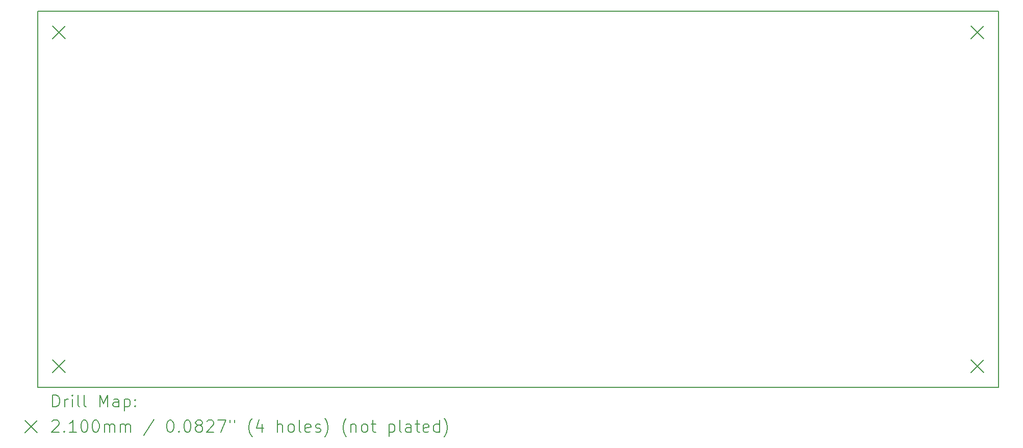
<source format=gbr>
%TF.GenerationSoftware,KiCad,Pcbnew,8.0.6*%
%TF.CreationDate,2024-11-01T15:42:28-04:00*%
%TF.ProjectId,H_Bridge_KiCAD,485f4272-6964-4676-955f-4b694341442e,rev?*%
%TF.SameCoordinates,Original*%
%TF.FileFunction,Drillmap*%
%TF.FilePolarity,Positive*%
%FSLAX45Y45*%
G04 Gerber Fmt 4.5, Leading zero omitted, Abs format (unit mm)*
G04 Created by KiCad (PCBNEW 8.0.6) date 2024-11-01 15:42:28*
%MOMM*%
%LPD*%
G01*
G04 APERTURE LIST*
%ADD10C,0.200000*%
%ADD11C,0.210000*%
G04 APERTURE END LIST*
D10*
X6700000Y-5800000D02*
X22650000Y-5800000D01*
X22650000Y-12051600D01*
X6700000Y-12051600D01*
X6700000Y-5800000D01*
D11*
X6945000Y-6045000D02*
X7155000Y-6255000D01*
X7155000Y-6045000D02*
X6945000Y-6255000D01*
X6945000Y-11595000D02*
X7155000Y-11805000D01*
X7155000Y-11595000D02*
X6945000Y-11805000D01*
X22195000Y-6045000D02*
X22405000Y-6255000D01*
X22405000Y-6045000D02*
X22195000Y-6255000D01*
X22195000Y-11595000D02*
X22405000Y-11805000D01*
X22405000Y-11595000D02*
X22195000Y-11805000D01*
D10*
X6950777Y-12373084D02*
X6950777Y-12173084D01*
X6950777Y-12173084D02*
X6998396Y-12173084D01*
X6998396Y-12173084D02*
X7026967Y-12182608D01*
X7026967Y-12182608D02*
X7046015Y-12201655D01*
X7046015Y-12201655D02*
X7055539Y-12220703D01*
X7055539Y-12220703D02*
X7065062Y-12258798D01*
X7065062Y-12258798D02*
X7065062Y-12287369D01*
X7065062Y-12287369D02*
X7055539Y-12325465D01*
X7055539Y-12325465D02*
X7046015Y-12344512D01*
X7046015Y-12344512D02*
X7026967Y-12363560D01*
X7026967Y-12363560D02*
X6998396Y-12373084D01*
X6998396Y-12373084D02*
X6950777Y-12373084D01*
X7150777Y-12373084D02*
X7150777Y-12239750D01*
X7150777Y-12277846D02*
X7160301Y-12258798D01*
X7160301Y-12258798D02*
X7169824Y-12249274D01*
X7169824Y-12249274D02*
X7188872Y-12239750D01*
X7188872Y-12239750D02*
X7207920Y-12239750D01*
X7274586Y-12373084D02*
X7274586Y-12239750D01*
X7274586Y-12173084D02*
X7265062Y-12182608D01*
X7265062Y-12182608D02*
X7274586Y-12192131D01*
X7274586Y-12192131D02*
X7284110Y-12182608D01*
X7284110Y-12182608D02*
X7274586Y-12173084D01*
X7274586Y-12173084D02*
X7274586Y-12192131D01*
X7398396Y-12373084D02*
X7379348Y-12363560D01*
X7379348Y-12363560D02*
X7369824Y-12344512D01*
X7369824Y-12344512D02*
X7369824Y-12173084D01*
X7503158Y-12373084D02*
X7484110Y-12363560D01*
X7484110Y-12363560D02*
X7474586Y-12344512D01*
X7474586Y-12344512D02*
X7474586Y-12173084D01*
X7731729Y-12373084D02*
X7731729Y-12173084D01*
X7731729Y-12173084D02*
X7798396Y-12315941D01*
X7798396Y-12315941D02*
X7865062Y-12173084D01*
X7865062Y-12173084D02*
X7865062Y-12373084D01*
X8046015Y-12373084D02*
X8046015Y-12268322D01*
X8046015Y-12268322D02*
X8036491Y-12249274D01*
X8036491Y-12249274D02*
X8017443Y-12239750D01*
X8017443Y-12239750D02*
X7979348Y-12239750D01*
X7979348Y-12239750D02*
X7960301Y-12249274D01*
X8046015Y-12363560D02*
X8026967Y-12373084D01*
X8026967Y-12373084D02*
X7979348Y-12373084D01*
X7979348Y-12373084D02*
X7960301Y-12363560D01*
X7960301Y-12363560D02*
X7950777Y-12344512D01*
X7950777Y-12344512D02*
X7950777Y-12325465D01*
X7950777Y-12325465D02*
X7960301Y-12306417D01*
X7960301Y-12306417D02*
X7979348Y-12296893D01*
X7979348Y-12296893D02*
X8026967Y-12296893D01*
X8026967Y-12296893D02*
X8046015Y-12287369D01*
X8141253Y-12239750D02*
X8141253Y-12439750D01*
X8141253Y-12249274D02*
X8160301Y-12239750D01*
X8160301Y-12239750D02*
X8198396Y-12239750D01*
X8198396Y-12239750D02*
X8217443Y-12249274D01*
X8217443Y-12249274D02*
X8226967Y-12258798D01*
X8226967Y-12258798D02*
X8236491Y-12277846D01*
X8236491Y-12277846D02*
X8236491Y-12334988D01*
X8236491Y-12334988D02*
X8226967Y-12354036D01*
X8226967Y-12354036D02*
X8217443Y-12363560D01*
X8217443Y-12363560D02*
X8198396Y-12373084D01*
X8198396Y-12373084D02*
X8160301Y-12373084D01*
X8160301Y-12373084D02*
X8141253Y-12363560D01*
X8322205Y-12354036D02*
X8331729Y-12363560D01*
X8331729Y-12363560D02*
X8322205Y-12373084D01*
X8322205Y-12373084D02*
X8312682Y-12363560D01*
X8312682Y-12363560D02*
X8322205Y-12354036D01*
X8322205Y-12354036D02*
X8322205Y-12373084D01*
X8322205Y-12249274D02*
X8331729Y-12258798D01*
X8331729Y-12258798D02*
X8322205Y-12268322D01*
X8322205Y-12268322D02*
X8312682Y-12258798D01*
X8312682Y-12258798D02*
X8322205Y-12249274D01*
X8322205Y-12249274D02*
X8322205Y-12268322D01*
X6490000Y-12601600D02*
X6690000Y-12801600D01*
X6690000Y-12601600D02*
X6490000Y-12801600D01*
X6941253Y-12612131D02*
X6950777Y-12602608D01*
X6950777Y-12602608D02*
X6969824Y-12593084D01*
X6969824Y-12593084D02*
X7017443Y-12593084D01*
X7017443Y-12593084D02*
X7036491Y-12602608D01*
X7036491Y-12602608D02*
X7046015Y-12612131D01*
X7046015Y-12612131D02*
X7055539Y-12631179D01*
X7055539Y-12631179D02*
X7055539Y-12650227D01*
X7055539Y-12650227D02*
X7046015Y-12678798D01*
X7046015Y-12678798D02*
X6931729Y-12793084D01*
X6931729Y-12793084D02*
X7055539Y-12793084D01*
X7141253Y-12774036D02*
X7150777Y-12783560D01*
X7150777Y-12783560D02*
X7141253Y-12793084D01*
X7141253Y-12793084D02*
X7131729Y-12783560D01*
X7131729Y-12783560D02*
X7141253Y-12774036D01*
X7141253Y-12774036D02*
X7141253Y-12793084D01*
X7341253Y-12793084D02*
X7226967Y-12793084D01*
X7284110Y-12793084D02*
X7284110Y-12593084D01*
X7284110Y-12593084D02*
X7265062Y-12621655D01*
X7265062Y-12621655D02*
X7246015Y-12640703D01*
X7246015Y-12640703D02*
X7226967Y-12650227D01*
X7465062Y-12593084D02*
X7484110Y-12593084D01*
X7484110Y-12593084D02*
X7503158Y-12602608D01*
X7503158Y-12602608D02*
X7512682Y-12612131D01*
X7512682Y-12612131D02*
X7522205Y-12631179D01*
X7522205Y-12631179D02*
X7531729Y-12669274D01*
X7531729Y-12669274D02*
X7531729Y-12716893D01*
X7531729Y-12716893D02*
X7522205Y-12754988D01*
X7522205Y-12754988D02*
X7512682Y-12774036D01*
X7512682Y-12774036D02*
X7503158Y-12783560D01*
X7503158Y-12783560D02*
X7484110Y-12793084D01*
X7484110Y-12793084D02*
X7465062Y-12793084D01*
X7465062Y-12793084D02*
X7446015Y-12783560D01*
X7446015Y-12783560D02*
X7436491Y-12774036D01*
X7436491Y-12774036D02*
X7426967Y-12754988D01*
X7426967Y-12754988D02*
X7417443Y-12716893D01*
X7417443Y-12716893D02*
X7417443Y-12669274D01*
X7417443Y-12669274D02*
X7426967Y-12631179D01*
X7426967Y-12631179D02*
X7436491Y-12612131D01*
X7436491Y-12612131D02*
X7446015Y-12602608D01*
X7446015Y-12602608D02*
X7465062Y-12593084D01*
X7655539Y-12593084D02*
X7674586Y-12593084D01*
X7674586Y-12593084D02*
X7693634Y-12602608D01*
X7693634Y-12602608D02*
X7703158Y-12612131D01*
X7703158Y-12612131D02*
X7712682Y-12631179D01*
X7712682Y-12631179D02*
X7722205Y-12669274D01*
X7722205Y-12669274D02*
X7722205Y-12716893D01*
X7722205Y-12716893D02*
X7712682Y-12754988D01*
X7712682Y-12754988D02*
X7703158Y-12774036D01*
X7703158Y-12774036D02*
X7693634Y-12783560D01*
X7693634Y-12783560D02*
X7674586Y-12793084D01*
X7674586Y-12793084D02*
X7655539Y-12793084D01*
X7655539Y-12793084D02*
X7636491Y-12783560D01*
X7636491Y-12783560D02*
X7626967Y-12774036D01*
X7626967Y-12774036D02*
X7617443Y-12754988D01*
X7617443Y-12754988D02*
X7607920Y-12716893D01*
X7607920Y-12716893D02*
X7607920Y-12669274D01*
X7607920Y-12669274D02*
X7617443Y-12631179D01*
X7617443Y-12631179D02*
X7626967Y-12612131D01*
X7626967Y-12612131D02*
X7636491Y-12602608D01*
X7636491Y-12602608D02*
X7655539Y-12593084D01*
X7807920Y-12793084D02*
X7807920Y-12659750D01*
X7807920Y-12678798D02*
X7817443Y-12669274D01*
X7817443Y-12669274D02*
X7836491Y-12659750D01*
X7836491Y-12659750D02*
X7865063Y-12659750D01*
X7865063Y-12659750D02*
X7884110Y-12669274D01*
X7884110Y-12669274D02*
X7893634Y-12688322D01*
X7893634Y-12688322D02*
X7893634Y-12793084D01*
X7893634Y-12688322D02*
X7903158Y-12669274D01*
X7903158Y-12669274D02*
X7922205Y-12659750D01*
X7922205Y-12659750D02*
X7950777Y-12659750D01*
X7950777Y-12659750D02*
X7969824Y-12669274D01*
X7969824Y-12669274D02*
X7979348Y-12688322D01*
X7979348Y-12688322D02*
X7979348Y-12793084D01*
X8074586Y-12793084D02*
X8074586Y-12659750D01*
X8074586Y-12678798D02*
X8084110Y-12669274D01*
X8084110Y-12669274D02*
X8103158Y-12659750D01*
X8103158Y-12659750D02*
X8131729Y-12659750D01*
X8131729Y-12659750D02*
X8150777Y-12669274D01*
X8150777Y-12669274D02*
X8160301Y-12688322D01*
X8160301Y-12688322D02*
X8160301Y-12793084D01*
X8160301Y-12688322D02*
X8169824Y-12669274D01*
X8169824Y-12669274D02*
X8188872Y-12659750D01*
X8188872Y-12659750D02*
X8217443Y-12659750D01*
X8217443Y-12659750D02*
X8236491Y-12669274D01*
X8236491Y-12669274D02*
X8246015Y-12688322D01*
X8246015Y-12688322D02*
X8246015Y-12793084D01*
X8636491Y-12583560D02*
X8465063Y-12840703D01*
X8893634Y-12593084D02*
X8912682Y-12593084D01*
X8912682Y-12593084D02*
X8931729Y-12602608D01*
X8931729Y-12602608D02*
X8941253Y-12612131D01*
X8941253Y-12612131D02*
X8950777Y-12631179D01*
X8950777Y-12631179D02*
X8960301Y-12669274D01*
X8960301Y-12669274D02*
X8960301Y-12716893D01*
X8960301Y-12716893D02*
X8950777Y-12754988D01*
X8950777Y-12754988D02*
X8941253Y-12774036D01*
X8941253Y-12774036D02*
X8931729Y-12783560D01*
X8931729Y-12783560D02*
X8912682Y-12793084D01*
X8912682Y-12793084D02*
X8893634Y-12793084D01*
X8893634Y-12793084D02*
X8874587Y-12783560D01*
X8874587Y-12783560D02*
X8865063Y-12774036D01*
X8865063Y-12774036D02*
X8855539Y-12754988D01*
X8855539Y-12754988D02*
X8846015Y-12716893D01*
X8846015Y-12716893D02*
X8846015Y-12669274D01*
X8846015Y-12669274D02*
X8855539Y-12631179D01*
X8855539Y-12631179D02*
X8865063Y-12612131D01*
X8865063Y-12612131D02*
X8874587Y-12602608D01*
X8874587Y-12602608D02*
X8893634Y-12593084D01*
X9046015Y-12774036D02*
X9055539Y-12783560D01*
X9055539Y-12783560D02*
X9046015Y-12793084D01*
X9046015Y-12793084D02*
X9036491Y-12783560D01*
X9036491Y-12783560D02*
X9046015Y-12774036D01*
X9046015Y-12774036D02*
X9046015Y-12793084D01*
X9179348Y-12593084D02*
X9198396Y-12593084D01*
X9198396Y-12593084D02*
X9217444Y-12602608D01*
X9217444Y-12602608D02*
X9226968Y-12612131D01*
X9226968Y-12612131D02*
X9236491Y-12631179D01*
X9236491Y-12631179D02*
X9246015Y-12669274D01*
X9246015Y-12669274D02*
X9246015Y-12716893D01*
X9246015Y-12716893D02*
X9236491Y-12754988D01*
X9236491Y-12754988D02*
X9226968Y-12774036D01*
X9226968Y-12774036D02*
X9217444Y-12783560D01*
X9217444Y-12783560D02*
X9198396Y-12793084D01*
X9198396Y-12793084D02*
X9179348Y-12793084D01*
X9179348Y-12793084D02*
X9160301Y-12783560D01*
X9160301Y-12783560D02*
X9150777Y-12774036D01*
X9150777Y-12774036D02*
X9141253Y-12754988D01*
X9141253Y-12754988D02*
X9131729Y-12716893D01*
X9131729Y-12716893D02*
X9131729Y-12669274D01*
X9131729Y-12669274D02*
X9141253Y-12631179D01*
X9141253Y-12631179D02*
X9150777Y-12612131D01*
X9150777Y-12612131D02*
X9160301Y-12602608D01*
X9160301Y-12602608D02*
X9179348Y-12593084D01*
X9360301Y-12678798D02*
X9341253Y-12669274D01*
X9341253Y-12669274D02*
X9331729Y-12659750D01*
X9331729Y-12659750D02*
X9322206Y-12640703D01*
X9322206Y-12640703D02*
X9322206Y-12631179D01*
X9322206Y-12631179D02*
X9331729Y-12612131D01*
X9331729Y-12612131D02*
X9341253Y-12602608D01*
X9341253Y-12602608D02*
X9360301Y-12593084D01*
X9360301Y-12593084D02*
X9398396Y-12593084D01*
X9398396Y-12593084D02*
X9417444Y-12602608D01*
X9417444Y-12602608D02*
X9426968Y-12612131D01*
X9426968Y-12612131D02*
X9436491Y-12631179D01*
X9436491Y-12631179D02*
X9436491Y-12640703D01*
X9436491Y-12640703D02*
X9426968Y-12659750D01*
X9426968Y-12659750D02*
X9417444Y-12669274D01*
X9417444Y-12669274D02*
X9398396Y-12678798D01*
X9398396Y-12678798D02*
X9360301Y-12678798D01*
X9360301Y-12678798D02*
X9341253Y-12688322D01*
X9341253Y-12688322D02*
X9331729Y-12697846D01*
X9331729Y-12697846D02*
X9322206Y-12716893D01*
X9322206Y-12716893D02*
X9322206Y-12754988D01*
X9322206Y-12754988D02*
X9331729Y-12774036D01*
X9331729Y-12774036D02*
X9341253Y-12783560D01*
X9341253Y-12783560D02*
X9360301Y-12793084D01*
X9360301Y-12793084D02*
X9398396Y-12793084D01*
X9398396Y-12793084D02*
X9417444Y-12783560D01*
X9417444Y-12783560D02*
X9426968Y-12774036D01*
X9426968Y-12774036D02*
X9436491Y-12754988D01*
X9436491Y-12754988D02*
X9436491Y-12716893D01*
X9436491Y-12716893D02*
X9426968Y-12697846D01*
X9426968Y-12697846D02*
X9417444Y-12688322D01*
X9417444Y-12688322D02*
X9398396Y-12678798D01*
X9512682Y-12612131D02*
X9522206Y-12602608D01*
X9522206Y-12602608D02*
X9541253Y-12593084D01*
X9541253Y-12593084D02*
X9588872Y-12593084D01*
X9588872Y-12593084D02*
X9607920Y-12602608D01*
X9607920Y-12602608D02*
X9617444Y-12612131D01*
X9617444Y-12612131D02*
X9626968Y-12631179D01*
X9626968Y-12631179D02*
X9626968Y-12650227D01*
X9626968Y-12650227D02*
X9617444Y-12678798D01*
X9617444Y-12678798D02*
X9503158Y-12793084D01*
X9503158Y-12793084D02*
X9626968Y-12793084D01*
X9693634Y-12593084D02*
X9826968Y-12593084D01*
X9826968Y-12593084D02*
X9741253Y-12793084D01*
X9893634Y-12593084D02*
X9893634Y-12631179D01*
X9969825Y-12593084D02*
X9969825Y-12631179D01*
X10265063Y-12869274D02*
X10255539Y-12859750D01*
X10255539Y-12859750D02*
X10236491Y-12831179D01*
X10236491Y-12831179D02*
X10226968Y-12812131D01*
X10226968Y-12812131D02*
X10217444Y-12783560D01*
X10217444Y-12783560D02*
X10207920Y-12735941D01*
X10207920Y-12735941D02*
X10207920Y-12697846D01*
X10207920Y-12697846D02*
X10217444Y-12650227D01*
X10217444Y-12650227D02*
X10226968Y-12621655D01*
X10226968Y-12621655D02*
X10236491Y-12602608D01*
X10236491Y-12602608D02*
X10255539Y-12574036D01*
X10255539Y-12574036D02*
X10265063Y-12564512D01*
X10426968Y-12659750D02*
X10426968Y-12793084D01*
X10379349Y-12583560D02*
X10331730Y-12726417D01*
X10331730Y-12726417D02*
X10455539Y-12726417D01*
X10684111Y-12793084D02*
X10684111Y-12593084D01*
X10769825Y-12793084D02*
X10769825Y-12688322D01*
X10769825Y-12688322D02*
X10760301Y-12669274D01*
X10760301Y-12669274D02*
X10741253Y-12659750D01*
X10741253Y-12659750D02*
X10712682Y-12659750D01*
X10712682Y-12659750D02*
X10693634Y-12669274D01*
X10693634Y-12669274D02*
X10684111Y-12678798D01*
X10893634Y-12793084D02*
X10874587Y-12783560D01*
X10874587Y-12783560D02*
X10865063Y-12774036D01*
X10865063Y-12774036D02*
X10855539Y-12754988D01*
X10855539Y-12754988D02*
X10855539Y-12697846D01*
X10855539Y-12697846D02*
X10865063Y-12678798D01*
X10865063Y-12678798D02*
X10874587Y-12669274D01*
X10874587Y-12669274D02*
X10893634Y-12659750D01*
X10893634Y-12659750D02*
X10922206Y-12659750D01*
X10922206Y-12659750D02*
X10941253Y-12669274D01*
X10941253Y-12669274D02*
X10950777Y-12678798D01*
X10950777Y-12678798D02*
X10960301Y-12697846D01*
X10960301Y-12697846D02*
X10960301Y-12754988D01*
X10960301Y-12754988D02*
X10950777Y-12774036D01*
X10950777Y-12774036D02*
X10941253Y-12783560D01*
X10941253Y-12783560D02*
X10922206Y-12793084D01*
X10922206Y-12793084D02*
X10893634Y-12793084D01*
X11074587Y-12793084D02*
X11055539Y-12783560D01*
X11055539Y-12783560D02*
X11046015Y-12764512D01*
X11046015Y-12764512D02*
X11046015Y-12593084D01*
X11226968Y-12783560D02*
X11207920Y-12793084D01*
X11207920Y-12793084D02*
X11169825Y-12793084D01*
X11169825Y-12793084D02*
X11150777Y-12783560D01*
X11150777Y-12783560D02*
X11141253Y-12764512D01*
X11141253Y-12764512D02*
X11141253Y-12688322D01*
X11141253Y-12688322D02*
X11150777Y-12669274D01*
X11150777Y-12669274D02*
X11169825Y-12659750D01*
X11169825Y-12659750D02*
X11207920Y-12659750D01*
X11207920Y-12659750D02*
X11226968Y-12669274D01*
X11226968Y-12669274D02*
X11236491Y-12688322D01*
X11236491Y-12688322D02*
X11236491Y-12707369D01*
X11236491Y-12707369D02*
X11141253Y-12726417D01*
X11312682Y-12783560D02*
X11331730Y-12793084D01*
X11331730Y-12793084D02*
X11369825Y-12793084D01*
X11369825Y-12793084D02*
X11388872Y-12783560D01*
X11388872Y-12783560D02*
X11398396Y-12764512D01*
X11398396Y-12764512D02*
X11398396Y-12754988D01*
X11398396Y-12754988D02*
X11388872Y-12735941D01*
X11388872Y-12735941D02*
X11369825Y-12726417D01*
X11369825Y-12726417D02*
X11341253Y-12726417D01*
X11341253Y-12726417D02*
X11322206Y-12716893D01*
X11322206Y-12716893D02*
X11312682Y-12697846D01*
X11312682Y-12697846D02*
X11312682Y-12688322D01*
X11312682Y-12688322D02*
X11322206Y-12669274D01*
X11322206Y-12669274D02*
X11341253Y-12659750D01*
X11341253Y-12659750D02*
X11369825Y-12659750D01*
X11369825Y-12659750D02*
X11388872Y-12669274D01*
X11465063Y-12869274D02*
X11474587Y-12859750D01*
X11474587Y-12859750D02*
X11493634Y-12831179D01*
X11493634Y-12831179D02*
X11503158Y-12812131D01*
X11503158Y-12812131D02*
X11512682Y-12783560D01*
X11512682Y-12783560D02*
X11522206Y-12735941D01*
X11522206Y-12735941D02*
X11522206Y-12697846D01*
X11522206Y-12697846D02*
X11512682Y-12650227D01*
X11512682Y-12650227D02*
X11503158Y-12621655D01*
X11503158Y-12621655D02*
X11493634Y-12602608D01*
X11493634Y-12602608D02*
X11474587Y-12574036D01*
X11474587Y-12574036D02*
X11465063Y-12564512D01*
X11826968Y-12869274D02*
X11817444Y-12859750D01*
X11817444Y-12859750D02*
X11798396Y-12831179D01*
X11798396Y-12831179D02*
X11788872Y-12812131D01*
X11788872Y-12812131D02*
X11779349Y-12783560D01*
X11779349Y-12783560D02*
X11769825Y-12735941D01*
X11769825Y-12735941D02*
X11769825Y-12697846D01*
X11769825Y-12697846D02*
X11779349Y-12650227D01*
X11779349Y-12650227D02*
X11788872Y-12621655D01*
X11788872Y-12621655D02*
X11798396Y-12602608D01*
X11798396Y-12602608D02*
X11817444Y-12574036D01*
X11817444Y-12574036D02*
X11826968Y-12564512D01*
X11903158Y-12659750D02*
X11903158Y-12793084D01*
X11903158Y-12678798D02*
X11912682Y-12669274D01*
X11912682Y-12669274D02*
X11931730Y-12659750D01*
X11931730Y-12659750D02*
X11960301Y-12659750D01*
X11960301Y-12659750D02*
X11979349Y-12669274D01*
X11979349Y-12669274D02*
X11988872Y-12688322D01*
X11988872Y-12688322D02*
X11988872Y-12793084D01*
X12112682Y-12793084D02*
X12093634Y-12783560D01*
X12093634Y-12783560D02*
X12084111Y-12774036D01*
X12084111Y-12774036D02*
X12074587Y-12754988D01*
X12074587Y-12754988D02*
X12074587Y-12697846D01*
X12074587Y-12697846D02*
X12084111Y-12678798D01*
X12084111Y-12678798D02*
X12093634Y-12669274D01*
X12093634Y-12669274D02*
X12112682Y-12659750D01*
X12112682Y-12659750D02*
X12141253Y-12659750D01*
X12141253Y-12659750D02*
X12160301Y-12669274D01*
X12160301Y-12669274D02*
X12169825Y-12678798D01*
X12169825Y-12678798D02*
X12179349Y-12697846D01*
X12179349Y-12697846D02*
X12179349Y-12754988D01*
X12179349Y-12754988D02*
X12169825Y-12774036D01*
X12169825Y-12774036D02*
X12160301Y-12783560D01*
X12160301Y-12783560D02*
X12141253Y-12793084D01*
X12141253Y-12793084D02*
X12112682Y-12793084D01*
X12236492Y-12659750D02*
X12312682Y-12659750D01*
X12265063Y-12593084D02*
X12265063Y-12764512D01*
X12265063Y-12764512D02*
X12274587Y-12783560D01*
X12274587Y-12783560D02*
X12293634Y-12793084D01*
X12293634Y-12793084D02*
X12312682Y-12793084D01*
X12531730Y-12659750D02*
X12531730Y-12859750D01*
X12531730Y-12669274D02*
X12550777Y-12659750D01*
X12550777Y-12659750D02*
X12588873Y-12659750D01*
X12588873Y-12659750D02*
X12607920Y-12669274D01*
X12607920Y-12669274D02*
X12617444Y-12678798D01*
X12617444Y-12678798D02*
X12626968Y-12697846D01*
X12626968Y-12697846D02*
X12626968Y-12754988D01*
X12626968Y-12754988D02*
X12617444Y-12774036D01*
X12617444Y-12774036D02*
X12607920Y-12783560D01*
X12607920Y-12783560D02*
X12588873Y-12793084D01*
X12588873Y-12793084D02*
X12550777Y-12793084D01*
X12550777Y-12793084D02*
X12531730Y-12783560D01*
X12741253Y-12793084D02*
X12722206Y-12783560D01*
X12722206Y-12783560D02*
X12712682Y-12764512D01*
X12712682Y-12764512D02*
X12712682Y-12593084D01*
X12903158Y-12793084D02*
X12903158Y-12688322D01*
X12903158Y-12688322D02*
X12893634Y-12669274D01*
X12893634Y-12669274D02*
X12874587Y-12659750D01*
X12874587Y-12659750D02*
X12836492Y-12659750D01*
X12836492Y-12659750D02*
X12817444Y-12669274D01*
X12903158Y-12783560D02*
X12884111Y-12793084D01*
X12884111Y-12793084D02*
X12836492Y-12793084D01*
X12836492Y-12793084D02*
X12817444Y-12783560D01*
X12817444Y-12783560D02*
X12807920Y-12764512D01*
X12807920Y-12764512D02*
X12807920Y-12745465D01*
X12807920Y-12745465D02*
X12817444Y-12726417D01*
X12817444Y-12726417D02*
X12836492Y-12716893D01*
X12836492Y-12716893D02*
X12884111Y-12716893D01*
X12884111Y-12716893D02*
X12903158Y-12707369D01*
X12969825Y-12659750D02*
X13046015Y-12659750D01*
X12998396Y-12593084D02*
X12998396Y-12764512D01*
X12998396Y-12764512D02*
X13007920Y-12783560D01*
X13007920Y-12783560D02*
X13026968Y-12793084D01*
X13026968Y-12793084D02*
X13046015Y-12793084D01*
X13188873Y-12783560D02*
X13169825Y-12793084D01*
X13169825Y-12793084D02*
X13131730Y-12793084D01*
X13131730Y-12793084D02*
X13112682Y-12783560D01*
X13112682Y-12783560D02*
X13103158Y-12764512D01*
X13103158Y-12764512D02*
X13103158Y-12688322D01*
X13103158Y-12688322D02*
X13112682Y-12669274D01*
X13112682Y-12669274D02*
X13131730Y-12659750D01*
X13131730Y-12659750D02*
X13169825Y-12659750D01*
X13169825Y-12659750D02*
X13188873Y-12669274D01*
X13188873Y-12669274D02*
X13198396Y-12688322D01*
X13198396Y-12688322D02*
X13198396Y-12707369D01*
X13198396Y-12707369D02*
X13103158Y-12726417D01*
X13369825Y-12793084D02*
X13369825Y-12593084D01*
X13369825Y-12783560D02*
X13350777Y-12793084D01*
X13350777Y-12793084D02*
X13312682Y-12793084D01*
X13312682Y-12793084D02*
X13293634Y-12783560D01*
X13293634Y-12783560D02*
X13284111Y-12774036D01*
X13284111Y-12774036D02*
X13274587Y-12754988D01*
X13274587Y-12754988D02*
X13274587Y-12697846D01*
X13274587Y-12697846D02*
X13284111Y-12678798D01*
X13284111Y-12678798D02*
X13293634Y-12669274D01*
X13293634Y-12669274D02*
X13312682Y-12659750D01*
X13312682Y-12659750D02*
X13350777Y-12659750D01*
X13350777Y-12659750D02*
X13369825Y-12669274D01*
X13446015Y-12869274D02*
X13455539Y-12859750D01*
X13455539Y-12859750D02*
X13474587Y-12831179D01*
X13474587Y-12831179D02*
X13484111Y-12812131D01*
X13484111Y-12812131D02*
X13493634Y-12783560D01*
X13493634Y-12783560D02*
X13503158Y-12735941D01*
X13503158Y-12735941D02*
X13503158Y-12697846D01*
X13503158Y-12697846D02*
X13493634Y-12650227D01*
X13493634Y-12650227D02*
X13484111Y-12621655D01*
X13484111Y-12621655D02*
X13474587Y-12602608D01*
X13474587Y-12602608D02*
X13455539Y-12574036D01*
X13455539Y-12574036D02*
X13446015Y-12564512D01*
M02*

</source>
